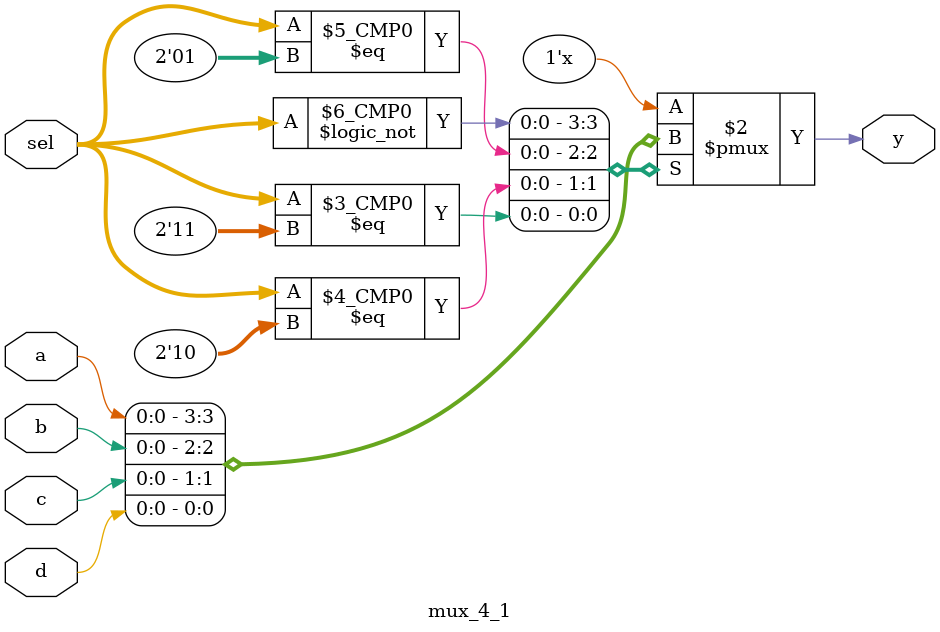
<source format=v>
module mux_4_1 (
  input  [1:0] sel,
  input  a, b, c, d,
  output reg y
);

always @(*) begin
  case (sel)
    2'b00: y = a;
    2'b01: y = b;
    2'b10: y = c;
    2'b11: y = d;
    default: y = 1'b0;
  endcase
end

endmodule

</source>
